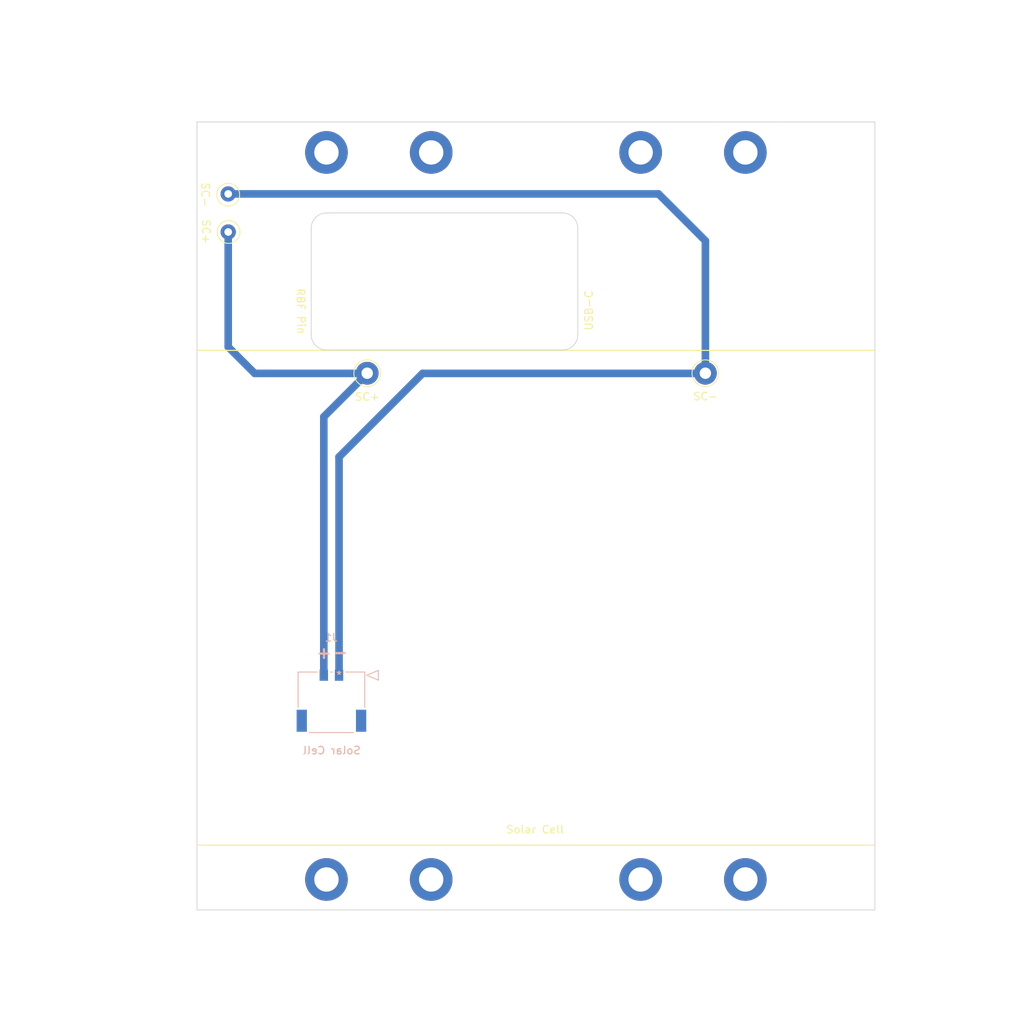
<source format=kicad_pcb>
(kicad_pcb (version 20211014) (generator pcbnew)
  (layers (0 "F.Cu" signal) (31 "B.Cu" signal) (34 "B.Paste" user) (35 "F.Paste" user) (36 "B.SilkS" user "B.Silkscreen") (37 "F.SilkS" user "F.Silkscreen") (38 "B.Mask" user) (39 "F.Mask" user) (44 "Edge.Cuts" user))
  (net 0 "")
  (net 1 "SC-")
  (net 2 "SC+")
  (footprint "TestPoint:TestPoint_Loop_D1.80mm_Drill1.0mm_Beaded" (layer "F.Cu") (at 71.75 53.2)
    (fp_text reference "TP1")
    (fp_text value "SC+" (at -2.95 -0.05 270 unlocked) (layer "F.SilkS"))
    (fp_circle (center 0 0) (end 1.5 0) (layer "F.SilkS") (width 0.12) (fill none))
    (pad "1" thru_hole circle (at -0.05 0) (size 2 2) (drill 1) (layers *.Cu *.Mask) (net 2 "SC+"))
  )
  (footprint "MountingHole:MountingHole_3.2mm_M3_DIN965_Pad" (layer "F.Cu") (at 98.35 138.25)
    (fp_text reference "H6")
    (fp_text value "MountingHole")
    (pad "1" thru_hole circle (at 0 0) (size 5.6 5.6) (drill 3.2) (layers *.Cu *.Mask))
  )
  (footprint "MountingHole:MountingHole_3.2mm_M3_DIN965_Pad" (layer "F.Cu") (at 84.6 42.75)
    (fp_text reference "H1")
    (fp_text value "MountingHole")
    (pad "1" thru_hole circle (at 0 0) (size 5.6 5.6) (drill 3.2) (layers *.Cu *.Mask))
  )
  (footprint "TestPoint:TestPoint_THTPad_D3.0mm_Drill1.5mm" (layer "F.Cu") (at 89.95 71.75)
    (fp_text reference "SC1")
    (fp_text value "SC+" (at 0 3.1) (layer "F.SilkS"))
    (fp_circle (center 0 0) (end 0 1.75) (layer "F.SilkS") (width 0.12) (fill none))
    (pad "1" thru_hole circle (at 0 0) (size 3 3) (drill 1.5) (layers *.Cu *.Mask) (net 2 "SC+"))
  )
  (footprint "MountingHole:MountingHole_3.2mm_M3_DIN965_Pad" (layer "F.Cu") (at 139.6 138.25)
    (fp_text reference "H8")
    (fp_text value "MountingHole")
    (pad "1" thru_hole circle (at 0 0) (size 5.6 5.6) (drill 3.2) (layers *.Cu *.Mask))
  )
  (footprint "MountingHole:MountingHole_3.2mm_M3_DIN965_Pad" (layer "F.Cu") (at 84.6 138.25)
    (fp_text reference "H5")
    (fp_text value "MountingHole")
    (pad "1" thru_hole circle (at 0 0) (size 5.6 5.6) (drill 3.2) (layers *.Cu *.Mask))
  )
  (footprint "MountingHole:MountingHole_3.2mm_M3_DIN965_Pad" (layer "F.Cu") (at 125.85 42.75)
    (fp_text reference "H3")
    (fp_text value "MountingHole")
    (pad "1" thru_hole circle (at 0 0) (size 5.6 5.6) (drill 3.2) (layers *.Cu *.Mask))
  )
  (footprint "TestPoint:TestPoint_Loop_D1.80mm_Drill1.0mm_Beaded" (layer "F.Cu") (at 71.7 48.3)
    (fp_text reference "TP2")
    (fp_text value "SC-" (at -3 0 270 unlocked) (layer "F.SilkS"))
    (fp_circle (center 0 0) (end 1.5 0) (layer "F.SilkS") (width 0.12) (fill none))
    (pad "1" thru_hole circle (at 0 -0.1) (size 2 2) (drill 1) (layers *.Cu *.Mask) (net 1 "SC-"))
  )
  (footprint "TestPoint:TestPoint_THTPad_D3.0mm_Drill1.5mm" (layer "F.Cu") (at 134.35 71.75)
    (fp_text reference "SC2")
    (fp_text value "SC-" (at 0 3.05) (layer "F.SilkS"))
    (fp_circle (center 0 0) (end 0 1.75) (layer "F.SilkS") (width 0.12) (fill none))
    (pad "1" thru_hole circle (at 0 0) (size 3 3) (drill 1.5) (layers *.Cu *.Mask) (net 1 "SC-"))
  )
  (footprint "MountingHole:MountingHole_3.2mm_M3_DIN965_Pad" (layer "F.Cu") (at 139.6 42.75)
    (fp_text reference "H4")
    (fp_text value "MountingHole")
    (pad "1" thru_hole circle (at 0 0) (size 5.6 5.6) (drill 3.2) (layers *.Cu *.Mask))
  )
  (footprint "MountingHole:MountingHole_3.2mm_M3_DIN965_Pad" (layer "F.Cu") (at 98.35 42.75)
    (fp_text reference "H2")
    (fp_text value "MountingHole")
    (pad "1" thru_hole circle (at 0 0) (size 5.6 5.6) (drill 3.2) (layers *.Cu *.Mask))
  )
  (footprint "MountingHole:MountingHole_3.2mm_M3_DIN965_Pad" (layer "F.Cu") (at 125.85 138.25)
    (fp_text reference "H7")
    (fp_text value "MountingHole")
    (pad "1" thru_hole circle (at 0 0) (size 5.6 5.6) (drill 3.2) (layers *.Cu *.Mask))
  )
  (footprint "Molex_PicoLock_2p_2mm_2053380002:2053380002" (layer "B.Cu") (at 86.2535 111.425001)
    (fp_text reference "J1" (at -1.0285 -4.950001) (layer "B.SilkS") (effects (justify mirror)))
    (fp_text value "Solar Cell" (at -0.9535 9.874999) (layer "B.SilkS") (effects (justify mirror)))
    (fp_text user "*" (at 0 0) (layer "B.SilkS") (effects (justify mirror)))
    (fp_line (start 3.628992 0) (end 5.152992 0.635) (layer "B.SilkS") (width 0.12))
    (fp_line (start -5.374991 4.20496) (end -5.374991 -0.425) (layer "B.SilkS") (width 0.12))
    (fp_line (start -5.374991 -0.425) (end -2.870041 -0.425) (layer "B.SilkS") (width 0.12))
    (fp_line (start 3.374992 -0.425) (end 3.374992 4.20496) (layer "B.SilkS") (width 0.12))
    (fp_line (start 5.152992 0.635) (end 5.152992 -0.635) (layer "B.SilkS") (width 0.12))
    (fp_line (start -1.129961 -0.425) (end -0.87004 -0.425) (layer "B.SilkS") (width 0.12))
    (fp_line (start 5.152992 -0.635) (end 3.628992 0) (layer "B.SilkS") (width 0.12))
    (fp_line (start 0.87004 -0.425) (end 3.374992 -0.425) (layer "B.SilkS") (width 0.12))
    (fp_line (start 1.915982 7.525) (end -3.915981 7.525) (layer "B.SilkS") (width 0.12))
    (pad "1" smd rect locked (at 0 0) (size 1.1 1.45) (layers "B.Cu" "B.Paste" "B.Mask") (net 1 "SC-"))
    (pad "2" smd rect locked (at -2.000001 0) (size 1.1 1.45) (layers "B.Cu" "B.Paste" "B.Mask") (net 2 "SC+"))
    (pad "3" smd rect locked (at 2.894998 5.974999) (size 1.35 2.899999) (layers "B.Cu" "B.Paste" "B.Mask"))
    (pad "4" smd rect locked (at -4.894997 5.974999) (size 1.35 2.899999) (layers "B.Cu" "B.Paste" "B.Mask"))
  )
  (gr_line (start 67.675 133.75) (end 156.525 133.75) (layer "F.SilkS") (width 0.15))
  (gr_line (start 156.525 68.75) (end 67.675 68.75) (layer "F.SilkS") (width 0.15))
  (gr_line (start 143.6 38.75) (end 156.6 38.75) (layer "Edge.Cuts") (width 0.1))
  (gr_line (start 80.6 142.25) (end 88.6 142.25) (layer "Edge.Cuts") (width 0.1))
  (gr_line (start 135.6 142.25) (end 88.6 142.25) (layer "Edge.Cuts") (width 0.1))
  (gr_line (start 80.65 38.75) (end 88.65 38.75) (layer "Edge.Cuts") (width 0.1))
  (gr_line (start 135.6 38.75) (end 143.6 38.75) (layer "Edge.Cuts") (width 0.1))
  (gr_line (start 156.6 38.75) (end 156.6 142.25) (layer "Edge.Cuts") (width 0.1))
  (gr_line (start 80.6 142.25) (end 67.6 142.25) (layer "Edge.Cuts") (width 0.1))
  (gr_line (start 82.6 66.7) (end 82.6 52.7) (layer "Edge.Cuts") (width 0.1))
  (gr_line (start 143.6 142.25) (end 156.6 142.25) (layer "Edge.Cuts") (width 0.1))
  (gr_line (start 135.6 142.25) (end 143.6 142.25) (layer "Edge.Cuts") (width 0.1))
  (gr_line (start 117.6 52.7) (end 117.6 66.7) (layer "Edge.Cuts") (width 0.1))
  (gr_line (start 115.6 68.7) (end 84.6 68.7) (layer "Edge.Cuts") (width 0.1))
  (gr_line (start 84.6 50.7) (end 115.6 50.7) (layer "Edge.Cuts") (width 0.1))
  (gr_arc (start 115.6 50.7) (mid 117.014214 51.285786) (end 117.6 52.7) (layer "Edge.Cuts") (width 0.1))
  (gr_arc (start 117.6 66.7) (mid 117.014214 68.114214) (end 115.6 68.7) (layer "Edge.Cuts") (width 0.1))
  (gr_line (start 88.65 38.75) (end 135.6 38.75) (layer "Edge.Cuts") (width 0.1))
  (gr_line (start 80.65 38.75) (end 67.6 38.75) (layer "Edge.Cuts") (width 0.1))
  (gr_line (start 67.6 142.25) (end 67.6 38.75) (layer "Edge.Cuts") (width 0.1))
  (gr_arc (start 84.6 68.7) (mid 83.185786 68.114214) (end 82.6 66.7) (layer "Edge.Cuts") (width 0.1))
  (gr_arc (start 82.6 52.7) (mid 83.185786 51.285786) (end 84.6 50.7) (layer "Edge.Cuts") (width 0.1))
  (gr_text "-" (at 86.425 108.625 -180) (layer "B.SilkS") (effects (font (size 1.5 1.5) (thickness 0.3)) (justify mirror)))
  (gr_text "+" (at 84.275 108.475) (layer "B.SilkS") (effects (font (size 1.5 1.5) (thickness 0.3)) (justify mirror)))
  (gr_text "Solar Cell" (at 112 131.7) (layer "F.SilkS") (effects (font (size 1 1))))
  (gr_text "USB-C" (at 119.05 63.5 90) (layer "F.SilkS") (effects (font (size 1 1))))
  (gr_text "RBF Pin" (at 81.25 63.6 271) (layer "F.SilkS") (effects (font (size 1 1))))
  (segment (start 128.2 48.2) (end 134.35 54.35) (width 1) (layer "B.Cu") (net 1))
  (segment (start 134.325 71.775) (end 97.225 71.775) (width 1) (layer "B.Cu") (net 1))
  (segment (start 97.225 71.775) (end 86.2535 82.7465) (width 1) (layer "B.Cu") (net 1))
  (segment (start 134.35 71.75) (end 134.325 71.775) (width 1) (layer "B.Cu") (net 1))
  (segment (start 71.7 48.2) (end 128.2 48.2) (width 1) (layer "B.Cu") (net 1))
  (segment (start 134.35 54.35) (end 134.35 71.75) (width 1) (layer "B.Cu") (net 1))
  (segment (start 86.2535 82.7465) (end 86.2535 111.425001) (width 1) (layer "B.Cu") (net 1))
  (segment (start 84.253499 111.425001) (end 84.253499 77.471501) (width 1) (layer "B.Cu") (net 2))
  (segment (start 75.175 71.775) (end 71.7 68.3) (width 1) (layer "B.Cu") (net 2))
  (segment (start 71.7 68.3) (end 71.7 53.2) (width 1) (layer "B.Cu") (net 2))
  (segment (start 89.925 71.775) (end 75.175 71.775) (width 1) (layer "B.Cu") (net 2))
  (segment (start 89.95 71.75) (end 89.925 71.775) (width 1) (layer "B.Cu") (net 2))
  (segment (start 84.253499 77.471501) (end 89.95 71.775) (width 1) (layer "B.Cu") (net 2))
  (segment (start 89.95 71.775) (end 89.95 71.75) (width 1) (layer "B.Cu") (net 2))
)
</source>
